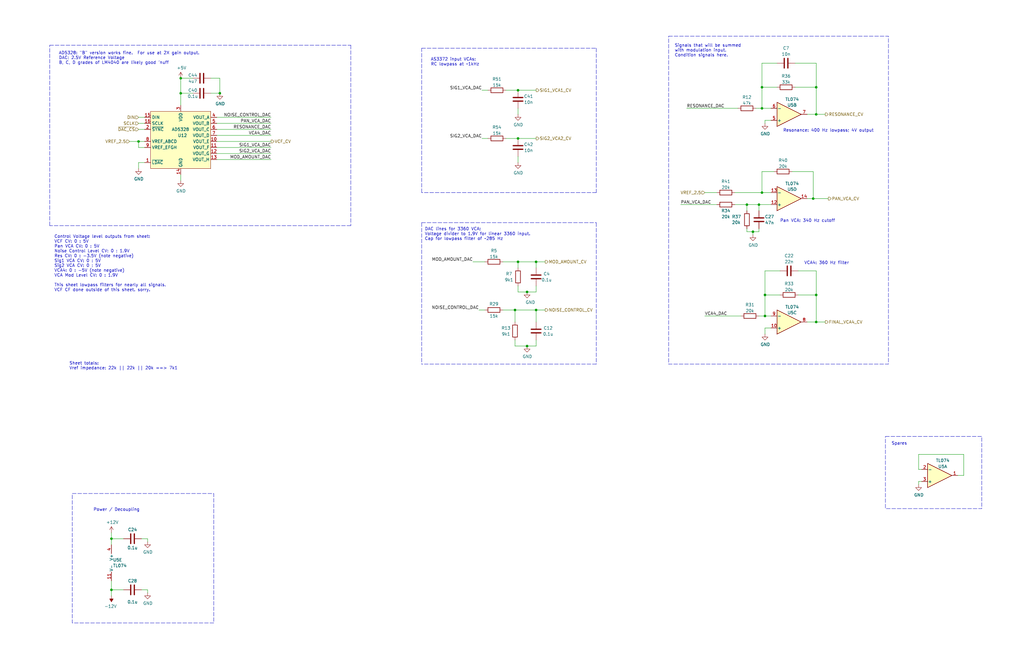
<source format=kicad_sch>
(kicad_sch (version 20230121) (generator eeschema)
  (paper "B")
  (title_block (title "Z3372 Signal Processor") (date "2023-04-02") (rev "0.4") (company "Zoxnoxious Engineering"))
  (lib_symbols
    (symbol "Amplifier_Operational:TL074" (pin_names (offset 0.127))
      (property "Reference" "U" (at 0 5.08 0))
      (property "Value" "TL074" (at 0 -5.08 0))
      (symbol "TL074_1_1"
        (polyline (pts (xy -5.08 5.08) (xy 5.08 0) (xy -5.08 -5.08) (xy -5.08 5.08)) (stroke (width 0.254)) (fill (type background)))
        (pin output line (at 7.62 0 180) (length 2.54) (name "~") (number "1"))
        (pin input line (at -7.62 -2.54 0) (length 2.54) (name "-") (number "2"))
        (pin input line (at -7.62 2.54 0) (length 2.54) (name "+") (number "3"))
      )
      (symbol "TL074_2_1"
        (polyline (pts (xy -5.08 5.08) (xy 5.08 0) (xy -5.08 -5.08) (xy -5.08 5.08)) (stroke (width 0.254)) (fill (type background)))
        (pin input line (at -7.62 2.54 0) (length 2.54) (name "+") (number "5"))
        (pin input line (at -7.62 -2.54 0) (length 2.54) (name "-") (number "6"))
        (pin output line (at 7.62 0 180) (length 2.54) (name "~") (number "7"))
      )
      (symbol "TL074_3_1"
        (polyline (pts (xy -5.08 5.08) (xy 5.08 0) (xy -5.08 -5.08) (xy -5.08 5.08)) (stroke (width 0.254)) (fill (type background)))
        (pin input line (at -7.62 2.54 0) (length 2.54) (name "+") (number "10"))
        (pin output line (at 7.62 0 180) (length 2.54) (name "~") (number "8"))
        (pin input line (at -7.62 -2.54 0) (length 2.54) (name "-") (number "9"))
      )
      (symbol "TL074_4_1"
        (polyline (pts (xy -5.08 5.08) (xy 5.08 0) (xy -5.08 -5.08) (xy -5.08 5.08)) (stroke (width 0.254)) (fill (type background)))
        (pin input line (at -7.62 2.54 0) (length 2.54) (name "+") (number "12"))
        (pin input line (at -7.62 -2.54 0) (length 2.54) (name "-") (number "13"))
        (pin output line (at 7.62 0 180) (length 2.54) (name "~") (number "14"))
      )
      (symbol "TL074_5_1"
        (pin power_in line (at -2.54 -7.62 90) (length 3.81) (name "V-") (number "11"))
        (pin power_in line (at -2.54 7.62 270) (length 3.81) (name "V+") (number "4"))
      )
    )
    (symbol "Device:C" (pin_numbers hide) (pin_names (offset 0.254))
      (property "Reference" "C" (at 0.635 2.54 0))
      (property "Value" "C" (at 0.635 -2.54 0))
      (symbol "C_0_1"
        (polyline (pts (xy -2.032 -0.762) (xy 2.032 -0.762)) (stroke (width 0.508)))
        (polyline (pts (xy -2.032 0.762) (xy 2.032 0.762)) (stroke (width 0.508)))
      )
      (symbol "C_1_1"
        (pin passive line (at 0 3.81 270) (length 2.794) (name "~") (number "1"))
        (pin passive line (at 0 -3.81 90) (length 2.794) (name "~") (number "2"))
      )
    )
    (symbol "Device:R" (pin_numbers hide) (pin_names (offset 0))
      (property "Reference" "R" (at 2.032 0 90))
      (property "Value" "R" (at 0 0 90))
      (symbol "R_0_1"
        (rectangle (start -1.016 -2.54) (end 1.016 2.54) (stroke (width 0.254)))
      )
      (symbol "R_1_1"
        (pin passive line (at 0 3.81 270) (length 1.27) (name "~") (number "1"))
        (pin passive line (at 0 -3.81 90) (length 1.27) (name "~") (number "2"))
      )
    )
    (symbol "power:+12V" (power) (pin_names (offset 0))
      (property "Value" "+12V" (at 0 3.556 0))
      (symbol "+12V_0_1"
        (polyline (pts (xy -0.762 1.27) (xy 0 2.54)))
        (polyline (pts (xy 0 0) (xy 0 2.54)))
        (polyline (pts (xy 0 2.54) (xy 0.762 1.27)))
      )
      (symbol "+12V_1_1"
        (pin power_in line (at 0 0 90) (length 0) hide (name "+12V") (number "1"))
      )
    )
    (symbol "power:+5V" (power) (pin_names (offset 0))
      (property "Value" "+5V" (at 0 3.556 0))
      (symbol "+5V_0_1"
        (polyline (pts (xy -0.762 1.27) (xy 0 2.54)))
        (polyline (pts (xy 0 0) (xy 0 2.54)))
        (polyline (pts (xy 0 2.54) (xy 0.762 1.27)))
      )
      (symbol "+5V_1_1"
        (pin power_in line (at 0 0 90) (length 0) hide (name "+5V") (number "1"))
      )
    )
    (symbol "power:-12V" (power) (pin_names (offset 0))
      (property "Value" "-12V" (at 0 3.81 0))
      (symbol "-12V_0_0"
        (pin power_in line (at 0 0 90) (length 0) hide (name "-12V") (number "1"))
      )
      (symbol "-12V_0_1"
        (polyline (pts (xy 0 0) (xy 0 1.27) (xy 0.762 1.27) (xy 0 2.54) (xy -0.762 1.27) (xy 0 1.27)) (fill (type outline)))
      )
    )
    (symbol "power:GND" (power) (pin_names (offset 0))
      (property "Value" "GND" (at 0 -3.81 0))
      (symbol "GND_0_1"
        (polyline (pts (xy 0 0) (xy 0 -1.27) (xy 1.27 -1.27) (xy 0 -2.54) (xy -1.27 -1.27) (xy 0 -1.27)))
      )
      (symbol "GND_1_1"
        (pin power_in line (at 0 0 270) (length 0) hide (name "GND") (number "1"))
      )
    )
    (symbol "z3372_lib:AD5328"
      (property "Reference" "U" (at 0 -2.54 0))
      (property "Value" "AD5328" (at 0 0 0))
      (symbol "AD5328_0_1"
        (rectangle (start -12.7 10.16) (end 12.7 -13.97) (stroke (width 0.1524)) (fill (type background)))
      )
      (symbol "AD5328_1_1"
        (pin input line (at -15.24 -11.43 0) (length 2.54) (name "~{LDAC}") (number "1"))
        (pin output line (at 15.24 -2.54 180) (length 2.54) (name "VOUT_E") (number "10"))
        (pin output line (at 15.24 -5.08 180) (length 2.54) (name "VOUT_F") (number "11"))
        (pin output line (at 15.24 -7.62 180) (length 2.54) (name "VOUT_G") (number "12"))
        (pin output line (at 15.24 -10.16 180) (length 2.54) (name "VOUT_H") (number "13"))
        (pin power_in line (at 0 -16.51 90) (length 2.54) (name "GND") (number "14"))
        (pin input line (at -15.24 7.62 0) (length 2.54) (name "DIN") (number "15"))
        (pin input line (at -15.24 5.08 0) (length 2.54) (name "SCLK") (number "16"))
        (pin input line (at -15.24 2.54 0) (length 2.54) (name "~{SYNC}") (number "2"))
        (pin power_in line (at 0 12.7 270) (length 2.54) (name "VDD") (number "3"))
        (pin output line (at 15.24 7.62 180) (length 2.54) (name "VOUT_A") (number "4"))
        (pin output line (at 15.24 5.08 180) (length 2.54) (name "VOUT_B") (number "5"))
        (pin output line (at 15.24 2.54 180) (length 2.54) (name "VOUT_C") (number "6"))
        (pin output line (at 15.24 0 180) (length 2.54) (name "VOUT_D") (number "7"))
        (pin input line (at -15.24 -2.54 0) (length 2.54) (name "VREF_ABCD") (number "8"))
        (pin input line (at -15.24 -5.08 0) (length 2.54) (name "VREF_EFGH") (number "9"))
      )
    )
  )
  (junction (at 321.31 45.72))
  (junction (at 218.44 110.49))
  (junction (at 58.42 59.69))
  (junction (at 76.2 39.37))
  (junction (at 321.31 81.28))
  (junction (at 344.17 36.83))
  (junction (at 222.25 123.19))
  (junction (at 322.58 133.35))
  (junction (at 314.96 86.36))
  (junction (at 344.17 135.89))
  (junction (at 217.17 130.81))
  (junction (at 92.71 39.37))
  (junction (at 46.99 248.92))
  (junction (at 76.2 33.02))
  (junction (at 222.25 146.05))
  (junction (at 320.04 86.36))
  (junction (at 46.99 227.33))
  (junction (at 226.06 130.81))
  (junction (at 218.44 38.1))
  (junction (at 321.31 36.83))
  (junction (at 344.17 124.46))
  (junction (at 322.58 124.46))
  (junction (at 226.06 110.49))
  (junction (at 344.17 48.26))
  (junction (at 317.5 97.79))
  (junction (at 218.44 58.42))
  (junction (at 342.9 83.82))
  (wire (pts (xy 222.25 146.05) (xy 226.06 146.05)))
  (wire (pts (xy 59.69 227.33) (xy 62.23 227.33)))
  (wire (pts (xy 226.06 130.81) (xy 226.06 135.89)))
  (wire (pts (xy 335.28 36.83) (xy 344.17 36.83)))
  (wire (pts (xy 314.96 86.36) (xy 320.04 86.36)))
  (wire (pts (xy 317.5 97.79) (xy 320.04 97.79)))
  (wire (pts (xy 388.62 198.12) (xy 387.35 198.12)))
  (wire (pts (xy 289.56 45.72) (xy 311.15 45.72)))
  (wire (pts (xy 46.99 227.33) (xy 46.99 229.87)))
  (wire (pts (xy 218.44 58.42) (xy 226.06 58.42)))
  (wire (pts (xy 387.35 203.2) (xy 388.62 203.2)))
  (wire (pts (xy 344.17 114.3) (xy 344.17 124.46)))
  (wire (pts (xy 322.58 124.46) (xy 322.58 133.35)))
  (wire (pts (xy 321.31 81.28) (xy 325.12 81.28)))
  (wire (pts (xy 334.01 72.39) (xy 342.9 72.39)))
  (polyline (pts (xy 20.955 95.25) (xy 20.955 19.05)) (stroke (width 0) (type dash)))
  (wire (pts (xy 59.69 248.92) (xy 62.23 248.92)))
  (wire (pts (xy 58.42 49.53) (xy 60.96 49.53)))
  (wire (pts (xy 320.04 86.36) (xy 325.12 86.36)))
  (wire (pts (xy 226.06 120.65) (xy 226.06 123.19)))
  (wire (pts (xy 321.31 45.72) (xy 325.12 45.72)))
  (wire (pts (xy 226.06 110.49) (xy 229.87 110.49)))
  (wire (pts (xy 58.42 59.69) (xy 54.61 59.69)))
  (wire (pts (xy 344.17 26.67) (xy 344.17 36.83)))
  (wire (pts (xy 309.88 81.28) (xy 321.31 81.28)))
  (wire (pts (xy 213.36 38.1) (xy 218.44 38.1)))
  (wire (pts (xy 314.96 86.36) (xy 314.96 88.9)))
  (wire (pts (xy 320.04 133.35) (xy 322.58 133.35)))
  (wire (pts (xy 321.31 26.67) (xy 321.31 36.83)))
  (wire (pts (xy 320.04 96.52) (xy 320.04 97.79)))
  (wire (pts (xy 76.2 39.37) (xy 76.2 33.02)))
  (wire (pts (xy 325.12 138.43) (xy 322.58 138.43)))
  (polyline (pts (xy 177.8 81.28) (xy 177.8 20.32)) (stroke (width 0) (type dash)))
  (wire (pts (xy 92.71 33.02) (xy 88.9 33.02)))
  (polyline (pts (xy 185.42 20.32) (xy 251.46 20.32)) (stroke (width 0) (type dash)))
  (wire (pts (xy 46.99 248.92) (xy 46.99 251.46)))
  (wire (pts (xy 342.9 83.82) (xy 349.25 83.82)))
  (wire (pts (xy 62.23 227.33) (xy 62.23 228.6)))
  (wire (pts (xy 317.5 99.06) (xy 317.5 97.79)))
  (polyline (pts (xy 251.46 20.32) (xy 251.46 81.28)) (stroke (width 0) (type dash)))
  (wire (pts (xy 91.44 52.07) (xy 114.3 52.07)))
  (wire (pts (xy 58.42 59.69) (xy 60.96 59.69)))
  (wire (pts (xy 335.28 26.67) (xy 344.17 26.67)))
  (wire (pts (xy 387.35 198.12) (xy 387.35 191.77)))
  (wire (pts (xy 342.9 83.82) (xy 340.36 83.82)))
  (wire (pts (xy 321.31 36.83) (xy 321.31 45.72)))
  (wire (pts (xy 91.44 49.53) (xy 114.3 49.53)))
  (wire (pts (xy 406.4 191.77) (xy 406.4 200.66)))
  (wire (pts (xy 46.99 248.92) (xy 52.07 248.92)))
  (wire (pts (xy 340.36 48.26) (xy 344.17 48.26)))
  (wire (pts (xy 322.58 50.8) (xy 322.58 52.07)))
  (wire (pts (xy 60.96 62.23) (xy 58.42 62.23)))
  (polyline (pts (xy 251.46 153.67) (xy 177.8 153.67)) (stroke (width 0) (type dash)))
  (wire (pts (xy 321.31 72.39) (xy 321.31 81.28)))
  (wire (pts (xy 344.17 135.89) (xy 347.98 135.89)))
  (wire (pts (xy 314.96 97.79) (xy 317.5 97.79)))
  (wire (pts (xy 218.44 110.49) (xy 226.06 110.49)))
  (wire (pts (xy 91.44 67.31) (xy 114.3 67.31)))
  (wire (pts (xy 217.17 143.51) (xy 217.17 146.05)))
  (wire (pts (xy 76.2 39.37) (xy 81.28 39.37)))
  (wire (pts (xy 218.44 66.04) (xy 218.44 68.58)))
  (polyline (pts (xy 177.8 20.32) (xy 185.42 20.32)) (stroke (width 0) (type dash)))
  (wire (pts (xy 309.88 86.36) (xy 314.96 86.36)))
  (wire (pts (xy 46.99 227.33) (xy 52.07 227.33)))
  (wire (pts (xy 340.36 135.89) (xy 344.17 135.89)))
  (wire (pts (xy 217.17 130.81) (xy 217.17 135.89)))
  (wire (pts (xy 322.58 138.43) (xy 322.58 140.97)))
  (wire (pts (xy 318.77 45.72) (xy 321.31 45.72)))
  (wire (pts (xy 226.06 143.51) (xy 226.06 146.05)))
  (wire (pts (xy 218.44 110.49) (xy 218.44 113.03)))
  (wire (pts (xy 322.58 114.3) (xy 322.58 124.46)))
  (wire (pts (xy 91.44 54.61) (xy 114.3 54.61)))
  (wire (pts (xy 76.2 33.02) (xy 81.28 33.02)))
  (wire (pts (xy 58.42 62.23) (xy 58.42 59.69)))
  (wire (pts (xy 203.2 58.42) (xy 205.74 58.42)))
  (wire (pts (xy 62.23 248.92) (xy 62.23 250.19)))
  (wire (pts (xy 387.35 191.77) (xy 406.4 191.77)))
  (polyline (pts (xy 147.955 95.25) (xy 20.955 95.25)) (stroke (width 0) (type dash)))
  (wire (pts (xy 328.93 124.46) (xy 322.58 124.46)))
  (wire (pts (xy 201.93 130.81) (xy 204.47 130.81)))
  (wire (pts (xy 344.17 124.46) (xy 344.17 135.89)))
  (wire (pts (xy 76.2 73.66) (xy 76.2 76.2)))
  (wire (pts (xy 58.42 52.07) (xy 60.96 52.07)))
  (wire (pts (xy 218.44 120.65) (xy 218.44 123.19)))
  (wire (pts (xy 406.4 200.66) (xy 403.86 200.66)))
  (wire (pts (xy 326.39 72.39) (xy 321.31 72.39)))
  (wire (pts (xy 58.42 68.58) (xy 58.42 71.12)))
  (wire (pts (xy 213.36 58.42) (xy 218.44 58.42)))
  (wire (pts (xy 325.12 50.8) (xy 322.58 50.8)))
  (wire (pts (xy 46.99 224.79) (xy 46.99 227.33)))
  (wire (pts (xy 76.2 39.37) (xy 76.2 44.45)))
  (wire (pts (xy 212.09 110.49) (xy 218.44 110.49)))
  (wire (pts (xy 217.17 130.81) (xy 226.06 130.81)))
  (wire (pts (xy 92.71 39.37) (xy 92.71 33.02)))
  (polyline (pts (xy 147.955 19.05) (xy 147.955 95.25)) (stroke (width 0) (type dash)))
  (wire (pts (xy 91.44 62.23) (xy 114.3 62.23)))
  (wire (pts (xy 226.06 123.19) (xy 222.25 123.19)))
  (wire (pts (xy 46.99 245.11) (xy 46.99 248.92)))
  (polyline (pts (xy 251.46 93.98) (xy 251.46 153.67)) (stroke (width 0) (type dash)))
  (wire (pts (xy 322.58 133.35) (xy 325.12 133.35)))
  (wire (pts (xy 217.17 146.05) (xy 222.25 146.05)))
  (wire (pts (xy 58.42 54.61) (xy 60.96 54.61)))
  (wire (pts (xy 212.09 130.81) (xy 217.17 130.81)))
  (wire (pts (xy 88.9 39.37) (xy 92.71 39.37)))
  (wire (pts (xy 91.44 57.15) (xy 114.3 57.15)))
  (polyline (pts (xy 251.46 81.28) (xy 177.8 81.28)) (stroke (width 0) (type dash)))
  (wire (pts (xy 91.44 64.77) (xy 114.3 64.77)))
  (wire (pts (xy 327.66 26.67) (xy 321.31 26.67)))
  (wire (pts (xy 226.06 113.03) (xy 226.06 110.49)))
  (wire (pts (xy 199.39 110.49) (xy 204.47 110.49)))
  (wire (pts (xy 60.96 68.58) (xy 58.42 68.58)))
  (wire (pts (xy 314.96 96.52) (xy 314.96 97.79)))
  (wire (pts (xy 287.02 86.36) (xy 302.26 86.36)))
  (polyline (pts (xy 177.8 93.98) (xy 177.8 153.67)) (stroke (width 0) (type dash)))
  (wire (pts (xy 344.17 48.26) (xy 347.98 48.26)))
  (wire (pts (xy 297.18 133.35) (xy 312.42 133.35)))
  (wire (pts (xy 203.2 38.1) (xy 205.74 38.1)))
  (wire (pts (xy 226.06 130.81) (xy 229.87 130.81)))
  (wire (pts (xy 91.44 59.69) (xy 114.3 59.69)))
  (wire (pts (xy 336.55 124.46) (xy 344.17 124.46)))
  (wire (pts (xy 218.44 38.1) (xy 226.06 38.1)))
  (wire (pts (xy 327.66 36.83) (xy 321.31 36.83)))
  (polyline (pts (xy 20.955 19.05) (xy 147.955 19.05)) (stroke (width 0) (type dash)))
  (wire (pts (xy 297.18 81.28) (xy 302.26 81.28)))
  (wire (pts (xy 218.44 48.26) (xy 218.44 45.72)))
  (wire (pts (xy 387.35 203.2) (xy 387.35 204.47)))
  (wire (pts (xy 320.04 86.36) (xy 320.04 88.9)))
  (polyline (pts (xy 177.8 93.98) (xy 251.46 93.98)) (stroke (width 0) (type dash)))
  (wire (pts (xy 218.44 123.19) (xy 222.25 123.19)))
  (wire (pts (xy 336.55 114.3) (xy 344.17 114.3)))
  (wire (pts (xy 344.17 36.83) (xy 344.17 48.26)))
  (wire (pts (xy 342.9 72.39) (xy 342.9 83.82)))
  (wire (pts (xy 328.93 114.3) (xy 322.58 114.3)))
  (rectangle (start 281.94 15.24) (end 374.65 153.67) (stroke (width 0) (type dash)))
  (rectangle (start 30.48 208.28) (end 90.17 262.89) (stroke (width 0) (type dash)))
  (rectangle (start 373.38 184.15) (end 414.02 214.63) (stroke (width 0) (type dash)))
  (text "AS3372 input VCAs:\nRC lowpass at ~1kHz" (at 181.61 27.94 0) (effects (font (size 1.27 1.27)) (justify left bottom)))
  (text "Power / Decoupling" (at 39.37 215.9 0) (effects (font (size 1.27 1.27)) (justify left bottom)))
  (text "Spares" (at 375.92 187.96 0) (effects (font (size 1.27 1.27)) (justify left bottom)))
  (text "VCA4: 360 Hz filter" (at 339.09 111.76 0) (effects (font (size 1.27 1.27)) (justify left bottom)))
  (text "DAC lines for 3360 VCA:\nVoltage divider to 1.9V for linear 3360 input.\nCap for lowpass filter of ~285 Hz" (at 179.07 101.6 0) (effects (font (size 1.27 1.27)) (justify left bottom)))
  (text "Signals that will be summed\nwith modulation input.\nCondition signals here." (at 284.48 24.13 0) (effects (font (size 1.27 1.27)) (justify left bottom)))
  (text "Resonance: 400 Hz lowpass; 4V output" (at 330.2 55.88 0) (effects (font (size 1.27 1.27)) (justify left bottom)))
  (text "Sheet totals:\nVref impedance: 22k || 22k || 20k ==> 7k1" (at 29.21 156.21 0) (effects (font (size 1.27 1.27)) (justify left bottom)))
  (text "Control Voltage level outputs from sheet:\nVCF CV: 0 : 5V\nPan VCA CV: 0 : 5V\nNoise Control Level CV: 0 : 1.9V\nRes CV: 0 : -3.5V (note negative)\nSig1 VCA CV: 0 : 5V\nSig2 VCA CV: 0 : 5V\nVCA4: 0 : -5V (note negative)\nVCA Mod Level CV: 0 : 1.9V\n\nThis sheet lowpass filters for nearly all signals.\nVCF CF done outside of this sheet. sorry." (at 22.86 123.19 0) (effects (font (size 1.27 1.27)) (justify left bottom)))
  (text "Pan VCA: 340 Hz cutoff" (at 328.93 93.98 0) (effects (font (size 1.27 1.27)) (justify left bottom)))
  (text "AD5328: \"B\" version works fine.  For use at 2X gain output.\nDAC: 2.5V Reference Voltage\nB, C, D grades of LM4040 are likely good 'nuff" (at 24.765 27.305 0) (effects (font (size 1.27 1.27)) (justify left bottom)))
  (label "SIG2_VCA_DAC" (at 203.2 58.42 180))
  (label "RESONANCE_DAC" (at 289.56 45.72 0))
  (label "RESONANCE_DAC" (at 114.3 54.61 180))
  (label "SIG1_VCA_DAC" (at 203.2 38.1 180))
  (label "VCA4_DAC" (at 297.18 133.35 0))
  (label "SIG2_VCA_DAC" (at 114.3 64.77 180))
  (label "PAN_VCA_DAC" (at 114.3 52.07 180))
  (label "NOISE_CONTROL_DAC" (at 114.3 49.53 180))
  (label "MOD_AMOUNT_DAC" (at 199.39 110.49 180))
  (label "SIG1_VCA_DAC" (at 114.3 62.23 180))
  (label "NOISE_CONTROL_DAC" (at 201.93 130.81 180))
  (label "VCA4_DAC" (at 114.3 57.15 180))
  (label "MOD_AMOUNT_DAC" (at 114.3 67.31 180))
  (label "PAN_VCA_DAC" (at 287.02 86.36 0))
  (hierarchical_label "PAN_VCA_CV" (shape output) (at 349.25 83.82 0))
  (hierarchical_label "VREF_2.5" (shape input) (at 54.61 59.69 180))
  (hierarchical_label "DIN" (shape input) (at 58.42 49.53 180))
  (hierarchical_label "VCF_CV" (shape output) (at 114.3 59.69 0))
  (hierarchical_label "FINAL_VCA4_CV" (shape output) (at 347.98 135.89 0))
  (hierarchical_label "NOISE_CONTROL_CV" (shape output) (at 229.87 130.81 0))
  (hierarchical_label "SIG2_VCA2_CV" (shape output) (at 226.06 58.42 0))
  (hierarchical_label "~{DAC_CS}" (shape input) (at 58.42 54.61 180))
  (hierarchical_label "MOD_AMOUNT_CV" (shape output) (at 229.87 110.49 0))
  (hierarchical_label "SIG1_VCA1_CV" (shape output) (at 226.06 38.1 0))
  (hierarchical_label "RESONANCE_CV" (shape output) (at 347.98 48.26 0))
  (hierarchical_label "SCLK" (shape input) (at 58.42 52.07 180))
  (hierarchical_label "VREF_2.5" (shape input) (at 297.18 81.28 180))
  (symbol (lib_id "power:GND") (at 58.42 71.12 0) (unit 1)
    (property "Reference" "#PWR033" (effects hide))
    (property "Value" "GND" (at 58.547 75.5142 0))
  )
  (symbol (lib_id "power:GND") (at 92.71 39.37 0) (unit 1)
    (property "Reference" "#PWR034" (effects hide))
    (property "Value" "GND" (at 92.837 43.7642 0))
  )
  (symbol (lib_id "Device:C") (at 85.09 33.02 90) (unit 1)
    (property "Reference" "C44" (at 81.28 31.75 90))
    (property "Value" "4u7" (at 81.28 34.29 90))
    (property "Footprint" "Capacitor_SMD:C_0805_2012Metric" (effects hide))
    (property "LCSC Part" "C1779" (effects hide))
  )
  (symbol (lib_id "Device:C") (at 85.09 39.37 90) (unit 1)
    (property "Reference" "C40" (at 81.28 38.1 90))
    (property "Value" "0.1u" (at 81.28 40.64 90))
    (property "Footprint" "Capacitor_SMD:C_0603_1608Metric" (effects hide))
    (property "LCSC Part" "C14663" (effects hide))
  )
  (symbol (lib_id "power:+5V") (at 76.2 33.02 0) (unit 1)
    (property "Reference" "#PWR062" (effects hide))
    (property "Value" "+5V" (at 76.581 28.6258 0))
  )
  (symbol (lib_id "Device:C") (at 55.88 227.33 90) (unit 1)
    (property "Reference" "C24" (at 55.88 223.52 90))
    (property "Value" "0.1u" (at 55.88 231.14 90))
    (property "Footprint" "Capacitor_SMD:C_0603_1608Metric" (effects hide))
    (property "LCSC Part" "C14663" (effects hide))
  )
  (symbol (lib_id "Device:R") (at 209.55 38.1 90) (unit 1)
    (property "Reference" "R51" (at 209.55 33.3842 90))
    (property "Value" "15k" (at 209.55 35.9211 90))
    (property "Footprint" "Resistor_SMD:R_0603_1608Metric" (effects hide))
    (property "LCSC Part" "C22809" (effects hide))
  )
  (symbol (lib_id "Amplifier_Operational:TL074") (at 49.53 237.49 0) (unit 5)
    (property "Reference" "U5" (at 47.625 236.2779 0) (effects (justify left)))
    (property "Value" "TL074" (at 47.625 238.7021 0) (effects (justify left)))
    (property "Footprint" "Package_SO:TSSOP-14_4.4x5mm_P0.65mm" (effects hide))
    (property "Datasheet" "http://www.ti.com/lit/ds/symlink/tl071.pdf" (effects hide))
    (property "LCSC Part" "C96507" (effects hide))
  )
  (symbol (lib_id "Device:R") (at 208.28 130.81 90) (unit 1)
    (property "Reference" "R29" (at 208.28 128.27 90))
    (property "Value" "15k" (at 208.28 133.35 90))
    (property "Footprint" "Resistor_SMD:R_0603_1608Metric" (effects hide))
    (property "LCSC Part" "C22809" (effects hide))
  )
  (symbol (lib_id "power:GND") (at 218.44 48.26 0) (unit 1)
    (property "Reference" "#PWR088" (effects hide))
    (property "Value" "GND" (at 218.567 52.6542 0))
  )
  (symbol (lib_id "z3372_lib:AD5328") (at 76.2 57.15 0) (unit 1)
    (property "Reference" "U12" (at 74.93 57.15 0) (effects (justify left)))
    (property "Value" "AD5328" (at 72.39 54.61 0) (effects (justify left)))
    (property "Footprint" "Package_SO:TSSOP-16_4.4x5mm_P0.65mm" (effects hide))
    (property "Datasheet" "https://www.analog.com/en/products/ad5308.html" (effects hide))
    (property "LCSC Part" "C29162" (effects hide))
  )
  (symbol (lib_id "Device:R") (at 217.17 139.7 180) (unit 1)
    (property "Reference" "R13" (at 213.36 138.43 0))
    (property "Value" "9k1" (at 213.36 140.97 0))
    (property "Footprint" "Resistor_SMD:R_0603_1608Metric" (effects hide))
    (property "LCSC Part" "C23260" (effects hide))
  )
  (symbol (lib_id "Device:R") (at 208.28 110.49 90) (unit 1)
    (property "Reference" "R5" (at 208.28 105.7742 90))
    (property "Value" "15k" (at 208.28 108.3111 90))
    (property "Footprint" "Resistor_SMD:R_0603_1608Metric" (effects hide))
    (property "LCSC Part" "C22809" (effects hide))
  )
  (symbol (lib_id "power:GND") (at 62.23 250.19 0) (unit 1)
    (property "Reference" "#PWR036" (effects hide))
    (property "Value" "GND" (at 62.357 254.5842 0))
  )
  (symbol (lib_id "power:+12V") (at 46.99 224.79 0) (unit 1)
    (property "Reference" "#PWR020" (effects hide))
    (property "Value" "+12V" (at 47.371 220.3958 0))
  )
  (symbol (lib_id "power:GND") (at 322.58 140.97 0) (unit 1)
    (property "Reference" "#PWR057" (effects hide))
    (property "Value" "GND" (at 322.707 145.3642 0))
  )
  (symbol (lib_id "Device:R") (at 314.96 45.72 90) (unit 1)
    (property "Reference" "R12" (at 314.96 41.0042 90))
    (property "Value" "47k" (at 314.96 43.5411 90))
    (property "Footprint" "Resistor_SMD:R_0603_1608Metric" (effects hide))
    (property "LCSC Part" "C25819" (effects hide))
  )
  (symbol (lib_id "Device:R") (at 314.96 92.71 180) (unit 1)
    (property "Reference" "R37" (at 308.61 91.44 0) (effects (justify right)))
    (property "Value" "20k" (at 308.61 93.8642 0) (effects (justify right)))
    (property "Footprint" "Resistor_SMD:R_0603_1608Metric" (effects hide))
    (property "LCSC Part" "C4184" (effects hide))
  )
  (symbol (lib_id "Device:C") (at 226.06 116.84 0) (unit 1)
    (property "Reference" "C4" (at 230.505 115.57 0))
    (property "Value" "0.1u" (at 230.505 118.11 0))
    (property "Footprint" "Capacitor_SMD:C_0603_1608Metric" (effects hide))
    (property "LCSC Part" "C14663" (effects hide))
  )
  (symbol (lib_id "Device:C") (at 218.44 62.23 0) (unit 1)
    (property "Reference" "C42" (at 222.885 60.96 0))
    (property "Value" "10n" (at 222.885 63.5 0))
    (property "Footprint" "Capacitor_SMD:C_0603_1608Metric" (effects hide))
    (property "LCSC Part" "C57112" (effects hide))
  )
  (symbol (lib_id "power:GND") (at 387.35 204.47 0) (unit 1)
    (property "Reference" "#PWR041" (effects hide))
    (property "Value" "GND" (at 387.477 208.8642 0))
  )
  (symbol (lib_id "Amplifier_Operational:TL074") (at 396.24 200.66 0) (mirror x) (unit 1)
    (property "Reference" "U5" (at 397.51 196.85 0))
    (property "Value" "TL074" (at 397.51 194.31 0))
    (property "Footprint" "Package_SO:TSSOP-14_4.4x5mm_P0.65mm" (effects hide))
    (property "Datasheet" "http://www.ti.com/lit/ds/symlink/tl071.pdf" (effects hide))
    (property "LCSC Part" "C96507" (effects hide))
  )
  (symbol (lib_id "Device:R") (at 306.07 86.36 90) (unit 1)
    (property "Reference" "R34" (at 306.07 88.9 90))
    (property "Value" "20k" (at 306.07 91.44 90))
    (property "Footprint" "Resistor_SMD:R_0603_1608Metric" (effects hide))
    (property "LCSC Part" "C4184" (effects hide))
  )
  (symbol (lib_id "Device:R") (at 316.23 133.35 90) (unit 1)
    (property "Reference" "R31" (at 316.23 128.6342 90))
    (property "Value" "20k" (at 316.23 131.1711 90))
    (property "Footprint" "Resistor_SMD:R_0603_1608Metric" (effects hide))
    (property "LCSC Part" "C4184" (effects hide))
  )
  (symbol (lib_id "Amplifier_Operational:TL074") (at 332.74 83.82 0) (mirror x) (unit 4)
    (property "Reference" "U5" (at 334.01 79.8942 0))
    (property "Value" "TL074" (at 334.01 77.47 0))
    (property "Footprint" "Package_SO:TSSOP-14_4.4x5mm_P0.65mm" (effects hide))
    (property "Datasheet" "http://www.ti.com/lit/ds/symlink/tl071.pdf" (effects hide))
    (property "LCSC Part" "C96507" (effects hide))
  )
  (symbol (lib_id "Amplifier_Operational:TL074") (at 332.74 135.89 0) (mirror x) (unit 3)
    (property "Reference" "U5" (at 334.01 131.9642 0))
    (property "Value" "TL074" (at 334.01 129.54 0))
    (property "Footprint" "Package_SO:TSSOP-14_4.4x5mm_P0.65mm" (effects hide))
    (property "Datasheet" "http://www.ti.com/lit/ds/symlink/tl071.pdf" (effects hide))
    (property "LCSC Part" "C96507" (effects hide))
  )
  (symbol (lib_id "power:GND") (at 62.23 228.6 0) (unit 1)
    (property "Reference" "#PWR022" (effects hide))
    (property "Value" "GND" (at 62.357 232.9942 0))
  )
  (symbol (lib_id "Device:R") (at 332.74 124.46 90) (unit 1)
    (property "Reference" "R33" (at 332.74 119.7442 90))
    (property "Value" "20k" (at 332.74 122.2811 90))
    (property "Footprint" "Resistor_SMD:R_0603_1608Metric" (effects hide))
    (property "LCSC Part" "C4184" (effects hide))
  )
  (symbol (lib_id "Device:C") (at 332.74 114.3 90) (unit 1)
    (property "Reference" "C22" (at 332.74 107.95 90))
    (property "Value" "22n" (at 332.74 110.49 90))
    (property "Footprint" "Capacitor_SMD:C_0603_1608Metric" (effects hide))
    (property "LCSC Part" "C21122" (effects hide))
  )
  (symbol (lib_id "Device:C") (at 320.04 92.71 0) (unit 1)
    (property "Reference" "C27" (at 324.485 91.44 0))
    (property "Value" "47n" (at 324.485 93.98 0))
    (property "Footprint" "Capacitor_SMD:C_0603_1608Metric" (effects hide))
    (property "LCSC Part" "C1622" (effects hide))
  )
  (symbol (lib_id "power:GND") (at 222.25 123.19 0) (unit 1)
    (property "Reference" "#PWR090" (effects hide))
    (property "Value" "GND" (at 223.647 127.5842 0))
  )
  (symbol (lib_id "Device:R") (at 330.2 72.39 90) (unit 1)
    (property "Reference" "R40" (at 330.2 67.6742 90))
    (property "Value" "20k" (at 330.2 70.2111 90))
    (property "Footprint" "Resistor_SMD:R_0603_1608Metric" (effects hide))
    (property "LCSC Part" "C4184" (effects hide))
  )
  (symbol (lib_id "Device:R") (at 209.55 58.42 90) (unit 1)
    (property "Reference" "R54" (at 209.55 53.7042 90))
    (property "Value" "15k" (at 209.55 56.2411 90))
    (property "Footprint" "Resistor_SMD:R_0603_1608Metric" (effects hide))
    (property "LCSC Part" "C22809" (effects hide))
  )
  (symbol (lib_id "power:GND") (at 317.5 99.06 0) (unit 1)
    (property "Reference" "#PWR056" (effects hide))
    (property "Value" "GND" (at 317.627 103.4542 0))
  )
  (symbol (lib_id "power:GND") (at 222.25 146.05 0) (unit 1)
    (property "Reference" "#PWR038" (effects hide))
    (property "Value" "GND" (at 222.377 150.4442 0))
  )
  (symbol (lib_id "Device:C") (at 55.88 248.92 90) (unit 1)
    (property "Reference" "C28" (at 55.88 245.11 90))
    (property "Value" "0.1u" (at 55.88 254 90))
    (property "Footprint" "Capacitor_SMD:C_0603_1608Metric" (effects hide))
    (property "LCSC Part" "C14663" (effects hide))
  )
  (symbol (lib_id "Device:R") (at 331.47 36.83 90) (unit 1)
    (property "Reference" "R36" (at 331.47 32.1142 90))
    (property "Value" "33k" (at 331.47 34.6511 90))
    (property "Footprint" "Resistor_SMD:R_0603_1608Metric" (effects hide))
    (property "LCSC Part" "C4216" (effects hide))
  )
  (symbol (lib_id "power:-12V") (at 46.99 251.46 180) (unit 1)
    (property "Reference" "#PWR021" (effects hide))
    (property "Value" "-12V" (at 46.609 255.8542 0))
  )
  (symbol (lib_id "Device:C") (at 331.47 26.67 90) (unit 1)
    (property "Reference" "C7" (at 331.47 20.32 90))
    (property "Value" "10n" (at 331.47 22.86 90))
    (property "Footprint" "Capacitor_SMD:C_0603_1608Metric" (effects hide))
    (property "LCSC Part" "C57112" (effects hide))
  )
  (symbol (lib_id "power:GND") (at 76.2 76.2 0) (unit 1)
    (property "Reference" "#PWR063" (effects hide))
    (property "Value" "GND" (at 76.327 80.5942 0))
  )
  (symbol (lib_id "Device:R") (at 306.07 81.28 90) (unit 1)
    (property "Reference" "R41" (at 306.07 76.5642 90))
    (property "Value" "20k" (at 306.07 79.1011 90))
    (property "Footprint" "Resistor_SMD:R_0603_1608Metric" (effects hide))
    (property "LCSC Part" "C4184" (effects hide))
  )
  (symbol (lib_id "Device:R") (at 218.44 116.84 180) (unit 1)
    (property "Reference" "R7" (at 214.63 115.57 0))
    (property "Value" "9k1" (at 214.63 118.11 0))
    (property "Footprint" "Resistor_SMD:R_0603_1608Metric" (effects hide))
    (property "LCSC Part" "C23260" (effects hide))
  )
  (symbol (lib_id "Device:C") (at 218.44 41.91 0) (unit 1)
    (property "Reference" "C41" (at 222.885 40.64 0))
    (property "Value" "10n" (at 222.885 43.18 0))
    (property "Footprint" "Capacitor_SMD:C_0603_1608Metric" (effects hide))
    (property "LCSC Part" "C57112" (effects hide))
  )
  (symbol (lib_id "Device:C") (at 226.06 139.7 0) (unit 1)
    (property "Reference" "C12" (at 231.14 138.43 0))
    (property "Value" "0.1u" (at 231.14 140.97 0))
    (property "Footprint" "Capacitor_SMD:C_0603_1608Metric" (effects hide))
    (property "LCSC Part" "C14663" (effects hide))
  )
  (symbol (lib_id "power:GND") (at 322.58 52.07 0) (unit 1)
    (property "Reference" "#PWR019" (effects hide))
    (property "Value" "GND" (at 322.707 56.4642 0))
  )
  (symbol (lib_id "power:GND") (at 218.44 68.58 0) (unit 1)
    (property "Reference" "#PWR089" (effects hide))
    (property "Value" "GND" (at 218.567 72.9742 0))
  )
  (symbol (lib_id "Amplifier_Operational:TL074") (at 332.74 48.26 0) (mirror x) (unit 2)
    (property "Reference" "U5" (at 334.01 44.3342 0))
    (property "Value" "TL074" (at 334.01 41.91 0))
    (property "Footprint" "Package_SO:TSSOP-14_4.4x5mm_P0.65mm" (effects hide))
    (property "Datasheet" "http://www.ti.com/lit/ds/symlink/tl071.pdf" (effects hide))
    (property "LCSC Part" "C96507" (effects hide))
  )
)
</source>
